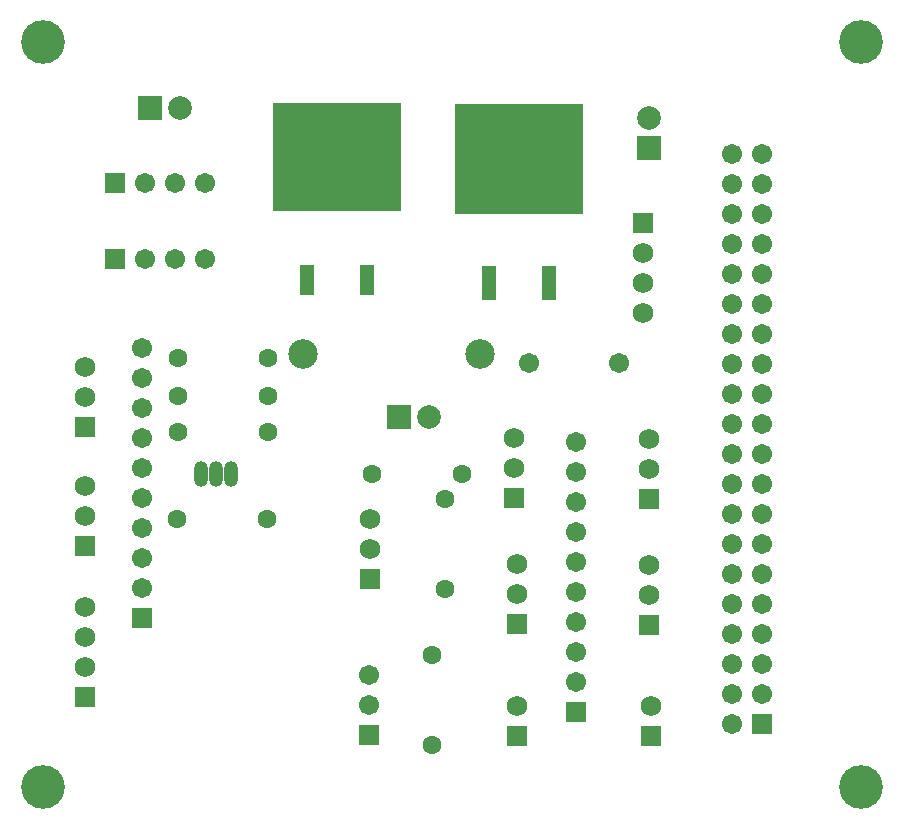
<source format=gbr>
%TF.GenerationSoftware,Altium Limited,Altium Designer,18.1.11 (251)*%
G04 Layer_Color=16711935*
%FSLAX45Y45*%
%MOMM*%
%TF.FileFunction,Soldermask,Bot*%
%TF.Part,Single*%
G01*
G75*
%TA.AperFunction,SMDPad,CuDef*%
%ADD45R,1.25320X2.60320*%
%ADD46R,10.85320X9.10320*%
%ADD47R,10.90320X9.40320*%
%ADD48R,1.30320X2.90320*%
%TA.AperFunction,ComponentPad*%
%ADD49C,1.70320*%
%ADD50C,1.72720*%
%ADD51R,1.72720X1.72720*%
%ADD52R,2.00320X2.00320*%
%ADD53C,2.00320*%
%ADD54O,1.20320X2.20320*%
%ADD55O,1.20320X2.20320*%
%ADD56R,2.00320X2.00320*%
%ADD57C,1.60320*%
%ADD58R,1.70320X1.70320*%
%ADD59C,2.50320*%
%ADD60R,1.70320X1.70320*%
%TA.AperFunction,ViaPad*%
%ADD61C,3.70320*%
D45*
X3454400Y4399941D02*
D03*
X2946400D02*
D03*
D46*
X3200400Y5434940D02*
D03*
D47*
X4737100Y5419940D02*
D03*
D48*
X4483100Y4374943D02*
D03*
X4991100D02*
D03*
D49*
X1549400Y1790700D02*
D03*
Y2044700D02*
D03*
Y2298700D02*
D03*
Y2552700D02*
D03*
Y2806700D02*
D03*
Y3060700D02*
D03*
Y3314700D02*
D03*
Y3568700D02*
D03*
Y3822700D02*
D03*
X2082800Y4572000D02*
D03*
X1828800D02*
D03*
X1574800D02*
D03*
X2082800Y5219700D02*
D03*
X1828800D02*
D03*
X1574800D02*
D03*
X4826000Y3695700D02*
D03*
X5219700Y3022498D02*
D03*
Y2768498D02*
D03*
Y2514498D02*
D03*
Y2260498D02*
D03*
Y2006498D02*
D03*
Y1752498D02*
D03*
Y1498498D02*
D03*
Y1244498D02*
D03*
Y990498D02*
D03*
X6540500Y635000D02*
D03*
X6794500Y889000D02*
D03*
Y1143000D02*
D03*
Y1397000D02*
D03*
Y1651000D02*
D03*
Y1905000D02*
D03*
Y2159000D02*
D03*
Y2413000D02*
D03*
Y2667000D02*
D03*
Y2921000D02*
D03*
Y3175000D02*
D03*
Y3429000D02*
D03*
Y3683000D02*
D03*
Y3937000D02*
D03*
Y4191000D02*
D03*
Y4445000D02*
D03*
Y4699000D02*
D03*
Y4953000D02*
D03*
Y5207000D02*
D03*
Y5461000D02*
D03*
X6540500D02*
D03*
Y5207000D02*
D03*
Y4953000D02*
D03*
Y4699000D02*
D03*
Y4445000D02*
D03*
Y4191000D02*
D03*
Y3937000D02*
D03*
Y3683000D02*
D03*
Y3429000D02*
D03*
Y3175000D02*
D03*
Y2921000D02*
D03*
Y2667000D02*
D03*
Y2413000D02*
D03*
Y2159000D02*
D03*
Y1905000D02*
D03*
Y1651000D02*
D03*
Y1397000D02*
D03*
Y1143000D02*
D03*
Y889000D02*
D03*
X5588000Y3695700D02*
D03*
X3467100Y1054100D02*
D03*
Y800100D02*
D03*
D50*
X1066800Y1117600D02*
D03*
Y1371600D02*
D03*
Y1625600D02*
D03*
Y2400300D02*
D03*
Y2654300D02*
D03*
Y3403600D02*
D03*
Y3657600D02*
D03*
X3479800Y2120800D02*
D03*
Y2374800D02*
D03*
X4724400Y1739900D02*
D03*
Y1993900D02*
D03*
Y787400D02*
D03*
X5854700D02*
D03*
X5842000Y1727200D02*
D03*
Y1981200D02*
D03*
Y2794000D02*
D03*
Y3048000D02*
D03*
X5791200Y4114800D02*
D03*
Y4368800D02*
D03*
Y4622800D02*
D03*
X4699000Y3060598D02*
D03*
Y2806598D02*
D03*
D51*
X1066800Y863600D02*
D03*
Y2146300D02*
D03*
Y3149600D02*
D03*
X3479800Y1866800D02*
D03*
X4724400Y533400D02*
D03*
Y1485900D02*
D03*
X5854700Y533400D02*
D03*
X5842000Y1473200D02*
D03*
Y2540000D02*
D03*
X4699000Y2552598D02*
D03*
X5791200Y4876800D02*
D03*
D52*
X3721100Y3238500D02*
D03*
X1612900Y5854700D02*
D03*
D53*
X3975100Y3238500D02*
D03*
X5842000Y5765800D02*
D03*
X1866900Y5854700D02*
D03*
D54*
X2299906Y2755900D02*
D03*
X2045906D02*
D03*
D55*
X2172906Y2755900D02*
D03*
D56*
X5842000Y5511800D02*
D03*
D57*
X1841500Y2374900D02*
D03*
X2603500D02*
D03*
X3492500Y2756172D02*
D03*
X4114800Y1778000D02*
D03*
X4000500Y1219200D02*
D03*
Y457200D02*
D03*
X4114800Y2540000D02*
D03*
X4254500Y2756172D02*
D03*
X2616200Y3733800D02*
D03*
Y3416300D02*
D03*
Y3111500D02*
D03*
X1854200Y3733800D02*
D03*
Y3416300D02*
D03*
Y3111500D02*
D03*
D58*
X1549400Y1536700D02*
D03*
X3467100Y546100D02*
D03*
X5219700Y736498D02*
D03*
X6794500Y635000D02*
D03*
D59*
X2907599Y3771900D02*
D03*
X4407596D02*
D03*
D60*
X1320800Y4572000D02*
D03*
Y5219700D02*
D03*
D61*
X711200Y101600D02*
D03*
Y6413500D02*
D03*
X7632700Y101600D02*
D03*
Y6413500D02*
D03*
%TF.MD5,77ae612573cc258132f2da650cdc6b7a*%
M02*

</source>
